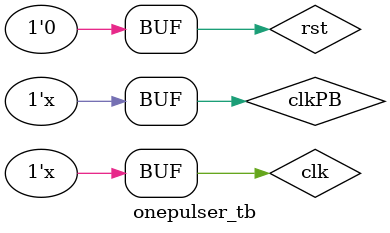
<source format=v>
module onepulser_tb();
    reg clk, rst, clkPB;
    wire Clk_EN;
    
    onepulser pulser(
        .clk(clk), .rst(rst), .clkPB(clkPB), .Clk_EN(Clk_EN)
    );

    always #5 clk = ~clk;
    always #50 clkPB = ~clkPB;

    initial begin
        clk = 1'b0;
        clkPB = 1'b0;
        rst = 1'b1;
        #10 rst = 1'b0;
    end
endmodule



</source>
